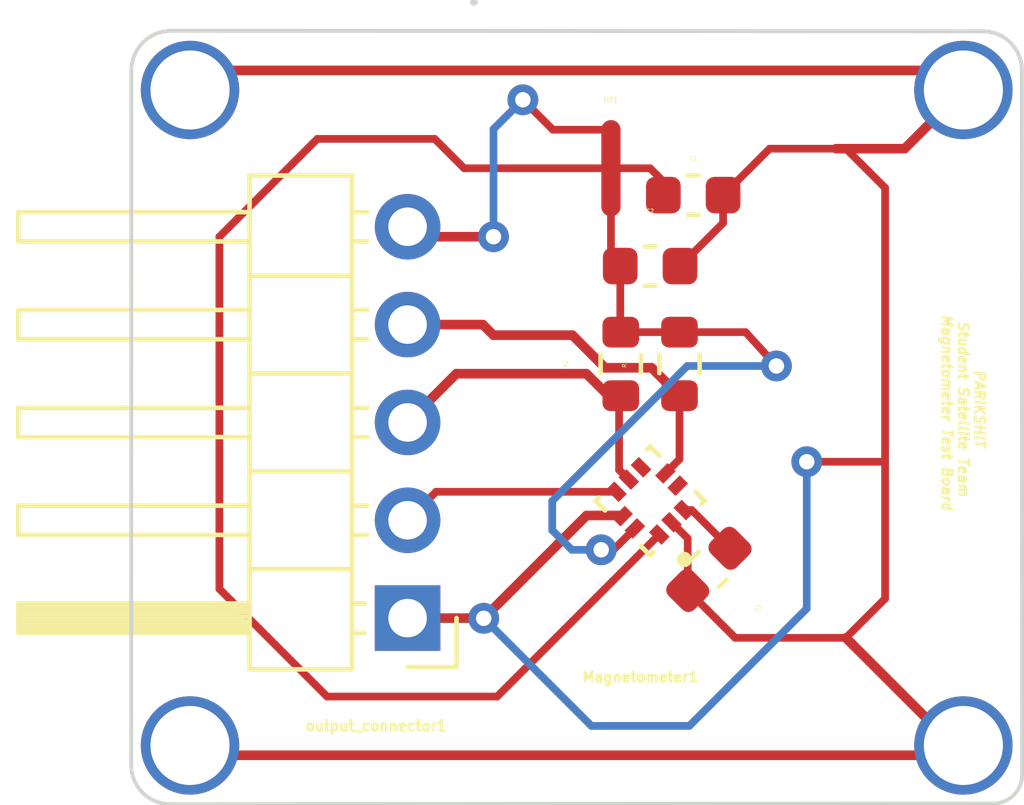
<source format=kicad_pcb>
(kicad_pcb (version 20211014) (generator pcbnew)
  (layers (0 "F.Cu" signal) (31 "B.Cu" signal) (34 "B.Paste" user) (35 "F.Paste" user) (36 "B.SilkS" user "B.Silkscreen") (37 "F.SilkS" user "F.Silkscreen") (38 "B.Mask" user) (39 "F.Mask" user) (44 "Edge.Cuts" user))
  (net 0 "")
  (net 1 "/VDD")
  (net 2 "/GND")
  (net 4 "/SDA")
  (net 6 "/SCL")
  (net 7 "/DRDY")
  (net 8 "/AVDD")
  (net 9 "/DVDD")
  (net 10 "/VREG")
  (footprint "NetTie:NetTie-3_SMD_Pad0.5mm" (layer "F.Cu") (at 191.77 96.012 -90)
    (fp_text reference "NT1" (at -1.778 0 180) (layer "F.SilkS") (effects (font (size 0.1364 0.1364) (thickness 0.023))))
    (fp_text value "NetTie_3_Tee")
    (fp_poly (pts (xy -1 -0.25) (xy 1 -0.25) (xy 1 0.25) (xy -1 0.25)) (layer "F.Cu") (width 0) (fill solid))
    (pad "1" smd circle (at -1 0 270) (size 0.5 0.5) (layers "F.Cu") (net 1 "/VDD"))
    (pad "2" smd circle (at 0 0 270) (size 0.5 0.5) (layers "F.Cu") (net 8 "/AVDD"))
    (pad "3" smd circle (at 1 0 270) (size 0.5 0.5) (layers "F.Cu") (net 9 "/DVDD"))
  )
  (footprint "Resistor_SMD:R_0603_1608Metric" (layer "F.Cu") (at 192.024 101.092 90)
    (fp_text reference "R2" (at 0 -1.43 90) (layer "F.SilkS") (effects (font (size 0.1 0.1) (thickness 0.015))))
    (fp_text value "10k")
    (fp_line (start -0.237258 0.5225) (end 0.237258 0.5225) (layer "F.SilkS") (width 0.12))
    (fp_line (start -0.237258 -0.5225) (end 0.237258 -0.5225) (layer "F.SilkS") (width 0.12))
    (pad "1" smd roundrect (at -0.825 0 90) (size 0.8 0.95) (layers "F.Cu" "F.Paste" "F.Mask") (net 6 "/SCL"))
    (pad "2" smd roundrect (at 0.825 0 90) (size 0.8 0.95) (layers "F.Cu" "F.Paste" "F.Mask") (net 9 "/DVDD"))
  )
  (footprint "Capacitor_SMD:C_0603_1608Metric" (layer "F.Cu") (at 193.904 96.71)
    (fp_text reference "C1" (at 0 -0.952) (layer "F.SilkS") (effects (font (size 0.1 0.1) (thickness 0.015))))
    (fp_text value "1uF0")
    (fp_line (start -0.14058 0.51) (end 0.14058 0.51) (layer "F.SilkS") (width 0.12))
    (fp_line (start -0.14058 -0.51) (end 0.14058 -0.51) (layer "F.SilkS") (width 0.12))
    (pad "1" smd roundrect (at -0.775 0) (size 0.9 0.95) (layers "F.Cu" "F.Paste" "F.Mask") (net 8 "/AVDD"))
    (pad "2" smd roundrect (at 0.775 0) (size 0.9 0.95) (layers "F.Cu" "F.Paste" "F.Mask") (net 2 "/GND"))
  )
  (footprint "BM1422AGMVZE2:PQFN45P200X200X100-10N" (layer "F.Cu") (at 192.786 104.648 135)
    (fp_text reference "Magnetometer1" (at -3.053287 -3.412497 180) (layer "F.SilkS") (effects (font (size 0.2634 0.2634) (thickness 0.06585))))
    (fp_text value "BM1422AGMV-ZE2")
    (fp_line (start -1 -0.885) (end -1 -1) (layer "F.SilkS") (width 0.127))
    (fp_line (start 1 1) (end 0.655 1) (layer "F.SilkS") (width 0.127))
    (fp_line (start -0.665 1) (end -1 1) (layer "F.SilkS") (width 0.127))
    (fp_line (start 1 -1) (end 0.655 -1) (layer "F.SilkS") (width 0.127))
    (fp_line (start -1 -1) (end -0.665 -1) (layer "F.SilkS") (width 0.127))
    (fp_line (start -1 1) (end -1 0.885) (layer "F.SilkS") (width 0.127))
    (fp_line (start 1 0.885) (end 1 1) (layer "F.SilkS") (width 0.127))
    (fp_line (start 1 -1) (end 1 -0.885) (layer "F.SilkS") (width 0.127))
    (fp_circle (center -1.701 -0.45) (end -1.601 -0.45) (layer "F.SilkS") (width 0.2) (fill none))
    (pad "1" smd rect locked (at -0.785 -0.45 225) (size 0.3 0.46) (layers "F.Cu" "F.Paste" "F.Mask") (net 8 "/AVDD"))
    (pad "2" smd rect locked (at -0.785 0 225) (size 0.3 0.46) (layers "F.Cu" "F.Paste" "F.Mask") (net 2 "/GND"))
    (pad "3" smd rect locked (at -0.785 0.45 225) (size 0.3 0.46) (layers "F.Cu" "F.Paste" "F.Mask") (net 10 "/VREG"))
    (pad "4" smd rect locked (at -0.225 0.785 225) (size 0.46 0.3) (layers "F.Cu" "F.Paste" "F.Mask"))
    (pad "5" smd rect locked (at 0.225 0.785 225) (size 0.46 0.3) (layers "F.Cu" "F.Paste" "F.Mask") (net 4 "/SDA"))
    (pad "6" smd rect locked (at 0.785 0.45 225) (size 0.3 0.46) (layers "F.Cu" "F.Paste" "F.Mask"))
    (pad "7" smd rect locked (at 0.785 0 225) (size 0.3 0.46) (layers "F.Cu" "F.Paste" "F.Mask") (net 6 "/SCL"))
    (pad "8" smd rect locked (at 0.785 -0.45 225) (size 0.3 0.46) (layers "F.Cu" "F.Paste" "F.Mask") (net 7 "/DRDY"))
    (pad "9" smd rect locked (at 0.225 -0.785 225) (size 0.46 0.3) (layers "F.Cu" "F.Paste" "F.Mask") (net 2 "/GND"))
    (pad "10" smd rect locked (at -0.225 -0.785 225) (size 0.46 0.3) (layers "F.Cu" "F.Paste" "F.Mask") (net 9 "/DVDD"))
  )
  (footprint "Resistor_SMD:R_0603_1608Metric" (layer "F.Cu") (at 193.548 101.092 90)
    (fp_text reference "R1" (at 0 -1.43 90) (layer "F.SilkS") (effects (font (size 0.1 0.1) (thickness 0.015))))
    (fp_text value "10k")
    (fp_line (start -0.237258 0.5225) (end 0.237258 0.5225) (layer "F.SilkS") (width 0.12))
    (fp_line (start -0.237258 -0.5225) (end 0.237258 -0.5225) (layer "F.SilkS") (width 0.12))
    (pad "1" smd roundrect (at -0.825 0 90) (size 0.8 0.95) (layers "F.Cu" "F.Paste" "F.Mask") (net 4 "/SDA"))
    (pad "2" smd roundrect (at 0.825 0 90) (size 0.8 0.95) (layers "F.Cu" "F.Paste" "F.Mask") (net 9 "/DVDD"))
  )
  (footprint "Capacitor_SMD:C_0603_1608Metric" (layer "F.Cu") (at 194.31 106.426 -135)
    (fp_text reference "C3" (at -0.179605 -1.616446 45) (layer "F.SilkS") (effects (font (size 0.1 0.1) (thickness 0.015))))
    (fp_text value "1uF0")
    (fp_line (start -0.14058 0.51) (end 0.14058 0.51) (layer "F.SilkS") (width 0.12))
    (fp_line (start -0.14058 -0.51) (end 0.14058 -0.51) (layer "F.SilkS") (width 0.12))
    (pad "1" smd roundrect (at -0.775 0 225) (size 0.9 0.95) (layers "F.Cu" "F.Paste" "F.Mask") (net 10 "/VREG"))
    (pad "2" smd roundrect (at 0.775 0 225) (size 0.9 0.95) (layers "F.Cu" "F.Paste" "F.Mask") (net 2 "/GND"))
  )
  (footprint "Capacitor_SMD:C_0603_1608Metric" (layer "F.Cu") (at 192.786 98.552)
    (fp_text reference "C2" (at 0 -1.43) (layer "F.SilkS") (effects (font (size 0.1 0.1) (thickness 0.015))))
    (fp_text value "0uF01")
    (fp_line (start -0.14058 -0.51) (end 0.14058 -0.51) (layer "F.SilkS") (width 0.12))
    (fp_line (start -0.14058 0.51) (end 0.14058 0.51) (layer "F.SilkS") (width 0.12))
    (pad "1" smd roundrect (at -0.775 0) (size 0.9 0.95) (layers "F.Cu" "F.Paste" "F.Mask") (net 9 "/DVDD"))
    (pad "2" smd roundrect (at 0.775 0) (size 0.9 0.95) (layers "F.Cu" "F.Paste" "F.Mask") (net 2 "/GND"))
  )
  (footprint "Connector_PinHeader_2.54mm:PinHeader_1x05_P2.54mm_Horizontal" (layer "F.Cu") (at 186.493 107.691 180)
    (fp_text reference "output_connector1" (at 0.819 -2.799 180) (layer "F.SilkS") (effects (font (size 0.2634 0.2634) (thickness 0.06585))))
    (fp_text value "Conn_01x05_MountingPin")
    (fp_line (start 4.1 -0.32) (end 10.1 -0.32) (layer "F.SilkS") (width 0.12))
    (fp_line (start 1.44 11.49) (end 4.1 11.49) (layer "F.SilkS") (width 0.12))
    (fp_line (start 4.1 11.49) (end 4.1 -1.33) (layer "F.SilkS") (width 0.12))
    (fp_line (start 10.1 9.78) (end 10.1 10.54) (layer "F.SilkS") (width 0.12))
    (fp_line (start 10.1 2.92) (end 4.1 2.92) (layer "F.SilkS") (width 0.12))
    (fp_line (start 4.1 2.16) (end 10.1 2.16) (layer "F.SilkS") (width 0.12))
    (fp_line (start 4.1 -0.08) (end 10.1 -0.08) (layer "F.SilkS") (width 0.12))
    (fp_line (start 1.44 6.35) (end 4.1 6.35) (layer "F.SilkS") (width 0.12))
    (fp_line (start 4.1 -0.2) (end 10.1 -0.2) (layer "F.SilkS") (width 0.12))
    (fp_line (start 10.1 4.7) (end 10.1 5.46) (layer "F.SilkS") (width 0.12))
    (fp_line (start 4.1 -1.33) (end 1.44 -1.33) (layer "F.SilkS") (width 0.12))
    (fp_line (start 1.44 3.81) (end 4.1 3.81) (layer "F.SilkS") (width 0.12))
    (fp_line (start 1.44 1.27) (end 4.1 1.27) (layer "F.SilkS") (width 0.12))
    (fp_line (start 4.1 7.24) (end 10.1 7.24) (layer "F.SilkS") (width 0.12))
    (fp_line (start 4.1 4.7) (end 10.1 4.7) (layer "F.SilkS") (width 0.12))
    (fp_line (start 10.1 5.46) (end 4.1 5.46) (layer "F.SilkS") (width 0.12))
    (fp_line (start 1.042929 10.54) (end 1.44 10.54) (layer "F.SilkS") (width 0.12))
    (fp_line (start 1.11 -0.38) (end 1.44 -0.38) (layer "F.SilkS") (width 0.12))
    (fp_line (start 10.1 10.54) (end 4.1 10.54) (layer "F.SilkS") (width 0.12))
    (fp_line (start 1.042929 5.46) (end 1.44 5.46) (layer "F.SilkS") (width 0.12))
    (fp_line (start 1.042929 2.16) (end 1.44 2.16) (layer "F.SilkS") (width 0.12))
    (fp_line (start 1.042929 8) (end 1.44 8) (layer "F.SilkS") (width 0.12))
    (fp_line (start 1.44 8.89) (end 4.1 8.89) (layer "F.SilkS") (width 0.12))
    (fp_line (start -1.27 -1.27) (end 0 -1.27) (layer "F.SilkS") (width 0.12))
    (fp_line (start 4.1 0.16) (end 10.1 0.16) (layer "F.SilkS") (width 0.12))
    (fp_line (start 4.1 0.28) (end 10.1 0.28) (layer "F.SilkS") (width 0.12))
    (fp_line (start -1.27 0) (end -1.27 -1.27) (layer "F.SilkS") (width 0.12))
    (fp_line (start 10.1 2.16) (end 10.1 2.92) (layer "F.SilkS") (width 0.12))
    (fp_line (start 4.1 0.04) (end 10.1 0.04) (layer "F.SilkS") (width 0.12))
    (fp_line (start 1.44 -1.33) (end 1.44 11.49) (layer "F.SilkS") (width 0.12))
    (fp_line (start 10.1 -0.38) (end 10.1 0.38) (layer "F.SilkS") (width 0.12))
    (fp_line (start 1.11 0.38) (end 1.44 0.38) (layer "F.SilkS") (width 0.12))
    (fp_line (start 1.042929 4.7) (end 1.44 4.7) (layer "F.SilkS") (width 0.12))
    (fp_line (start 10.1 8) (end 4.1 8) (layer "F.SilkS") (width 0.12))
    (fp_line (start 1.042929 9.78) (end 1.44 9.78) (layer "F.SilkS") (width 0.12))
    (fp_line (start 1.042929 2.92) (end 1.44 2.92) (layer "F.SilkS") (width 0.12))
    (fp_line (start 4.1 9.78) (end 10.1 9.78) (layer "F.SilkS") (width 0.12))
    (fp_line (start 1.042929 7.24) (end 1.44 7.24) (layer "F.SilkS") (width 0.12))
    (fp_line (start 10.1 7.24) (end 10.1 8) (layer "F.SilkS") (width 0.12))
    (fp_line (start 4.1 -0.38) (end 10.1 -0.38) (layer "F.SilkS") (width 0.12))
    (fp_line (start 10.1 0.38) (end 4.1 0.38) (layer "F.SilkS") (width 0.12))
    (pad "1" thru_hole rect (at 0 0 180) (size 1.7 1.7) (drill 1) (layers *.Cu *.Mask) (net 2 "/GND"))
    (pad "2" thru_hole oval (at 0 2.54 180) (size 1.7 1.7) (drill 1) (layers *.Cu *.Mask) (net 7 "/DRDY"))
    (pad "3" thru_hole oval (at 0 5.08 180) (size 1.7 1.7) (drill 1) (layers *.Cu *.Mask) (net 6 "/SCL"))
    (pad "4" thru_hole oval (at 0 7.62 180) (size 1.7 1.7) (drill 1) (layers *.Cu *.Mask) (net 4 "/SDA"))
    (pad "5" thru_hole oval (at 0 10.16 180) (size 1.7 1.7) (drill 1) (layers *.Cu *.Mask) (net 1 "/VDD"))
  )
  (gr_circle (center 188.214 91.694) (end 188.214 91.694) (layer "Edge.Cuts") (width 0.1) (fill none))
  (gr_arc (start 201.422 92.456) (mid 202.137452 92.754307) (end 202.430446 93.471951) (layer "Edge.Cuts") (width 0.1))
  (gr_line (start 201.676338 112.504859) (end 180.34 112.521999) (layer "Edge.Cuts") (width 0.1))
  (gr_arc (start 202.437999 111.76) (mid 202.213305 112.292088) (end 201.676338 112.504859) (layer "Edge.Cuts") (width 0.1))
  (gr_line (start 180.339701 92.443002) (end 201.422 92.456) (layer "Edge.Cuts") (width 0.1))
  (gr_line (start 202.430446 93.471951) (end 202.437999 111.76) (layer "Edge.Cuts") (width 0.1))
  (gr_arc (start 180.34 112.521999) (mid 179.620358 112.225089) (end 179.32211 111.506) (layer "Edge.Cuts") (width 0.1))
  (gr_arc (start 179.324 93.472) (mid 179.623699 92.752039) (end 180.339701 92.443002) (layer "Edge.Cuts") (width 0.1))
  (gr_line (start 179.32211 111.506) (end 179.324 93.472) (layer "Edge.Cuts") (width 0.1))
  (gr_text "PARIKSHIT \nStudent Satellite Team \nMagnetometer Test Board" (at 200.914 102.362 270) (layer "F.SilkS") (effects (font (size 0.2634 0.2634) (thickness 0.06585) italic)))
  (segment (start 190.262 95.012) (end 189.484 94.234) (width 0.2) (layer "F.Cu") (net 1))
  (segment (start 191.77 95.012) (end 190.262 95.012) (width 0.2) (layer "F.Cu") (net 1))
  (segment (start 188.722 97.79) (end 186.752 97.79) (width 0.25) (layer "F.Cu") (net 1))
  (segment (start 186.752 97.79) (end 186.493 97.531) (width 0.25) (layer "F.Cu") (net 1))
  (via (at 189.484 94.234) (size 0.8) (drill 0.4) (layers "F.Cu" "B.Cu") (net 1))
  (via (at 188.722 97.79) (size 0.8) (drill 0.4) (layers "F.Cu" "B.Cu") (net 1))
  (segment (start 188.722 94.996) (end 188.722 97.79) (width 0.2) (layer "B.Cu") (net 1))
  (segment (start 189.484 94.234) (end 188.722 94.996) (width 0.2) (layer "B.Cu") (net 1))
  (segment (start 188.463 107.691) (end 188.468 107.696) (width 0.25) (layer "F.Cu") (net 2))
  (segment (start 199.39 95.504) (end 197.612 95.504) (width 0.25) (layer "F.Cu") (net 2))
  (segment (start 180.848 110.998) (end 181.102 111.252) (width 0.25) (layer "F.Cu") (net 2))
  (segment (start 200.914 110.998) (end 200.66 110.998) (width 0.25) (layer "F.Cu") (net 2))
  (segment (start 186.493 107.691) (end 188.463 107.691) (width 0.25) (layer "F.Cu") (net 2))
  (segment (start 200.914 93.98) (end 199.39 95.504) (width 0.25) (layer "F.Cu") (net 2))
  (segment (start 198.882 107.188) (end 198.882 103.632) (width 0.2) (layer "F.Cu") (net 2))
  (segment (start 197.612 95.504) (end 195.885 95.504) (width 0.2) (layer "F.Cu") (net 2))
  (segment (start 194.991984 108.204) (end 197.866 108.204) (width 0.2) (layer "F.Cu") (net 2))
  (segment (start 195.885 95.504) (end 194.679 96.71) (width 0.2) (layer "F.Cu") (net 2))
  (segment (start 191.137698 105.026302) (end 192.054144 105.026302) (width 0.25) (layer "F.Cu") (net 2))
  (segment (start 198.882 103.632) (end 198.882 96.52) (width 0.2) (layer "F.Cu") (net 2))
  (segment (start 200.914 93.98) (end 200.406 93.472) (width 0.25) (layer "F.Cu") (net 2))
  (segment (start 194.679 97.434) (end 193.561 98.552) (width 0.2) (layer "F.Cu") (net 2))
  (segment (start 200.66 111.252) (end 200.914 110.998) (width 0.25) (layer "F.Cu") (net 2))
  (segment (start 193.761992 106.974008) (end 194.991984 108.204) (width 0.2) (layer "F.Cu") (net 2))
  (segment (start 193.761992 106.974008) (end 193.761992 105.623992) (width 0.2) (layer "F.Cu") (net 2))
  (segment (start 181.102 111.252) (end 200.66 111.252) (width 0.25) (layer "F.Cu") (net 2))
  (segment (start 197.866 108.204) (end 198.882 107.188) (width 0.2) (layer "F.Cu") (net 2))
  (segment (start 200.406 93.472) (end 181.356 93.472) (width 0.25) (layer "F.Cu") (net 2))
  (segment (start 194.679 96.71) (end 194.679 97.434) (width 0.2) (layer "F.Cu") (net 2))
  (segment (start 198.882 96.52) (end 197.866 95.504) (width 0.2) (layer "F.Cu") (net 2))
  (segment (start 200.66 110.998) (end 197.866 108.204) (width 0.25) (layer "F.Cu") (net 2))
  (segment (start 188.468 107.696) (end 191.137698 105.026302) (width 0.25) (layer "F.Cu") (net 2))
  (segment (start 193.761992 105.623992) (end 193.341079 105.203079) (width 0.2) (layer "F.Cu") (net 2))
  (segment (start 181.356 93.472) (end 180.848 93.98) (width 0.25) (layer "F.Cu") (net 2))
  (segment (start 198.882 103.632) (end 196.85 103.632) (width 0.2) (layer "F.Cu") (net 2))
  (segment (start 197.866 95.504) (end 197.612 95.504) (width 0.2) (layer "F.Cu") (net 2))
  (via (at 200.914 93.98) (size 2.5526) (drill 2.051) (layers "F.Cu" "B.Cu") (net 2))
  (via (at 200.914 110.998) (size 2.5526) (drill 2.051) (layers "F.Cu" "B.Cu") (net 2))
  (via (at 180.848 93.98) (size 2.5526) (drill 2.051) (layers "F.Cu" "B.Cu") (net 2))
  (via (at 196.85 103.632) (size 0.8) (drill 0.4) (layers "F.Cu" "B.Cu") (net 2))
  (via (at 180.848 110.998) (size 2.5526) (drill 2.051) (layers "F.Cu" "B.Cu") (net 2))
  (via (at 188.468 107.696) (size 0.8) (drill 0.4) (layers "F.Cu" "B.Cu") (net 2))
  (segment (start 196.85 107.442) (end 193.802 110.49) (width 0.2) (layer "B.Cu") (net 2))
  (segment (start 196.85 103.632) (end 196.85 107.442) (width 0.2) (layer "B.Cu") (net 2))
  (segment (start 193.802 110.49) (end 191.262 110.49) (width 0.2) (layer "B.Cu") (net 2))
  (segment (start 191.262 110.49) (end 188.468 107.696) (width 0.2) (layer "B.Cu") (net 2))
  (segment (start 188.447 100.071) (end 186.493 100.071) (width 0.25) (layer "F.Cu") (net 4))
  (segment (start 191.616 101.192) (end 192.823 101.192) (width 0.25) (layer "F.Cu") (net 4))
  (segment (start 190.77 100.346) (end 191.616 101.192) (width 0.25) (layer "F.Cu") (net 4))
  (segment (start 188.722 100.346) (end 190.77 100.346) (width 0.25) (layer "F.Cu") (net 4))
  (segment (start 193.548 103.567802) (end 193.548 101.917) (width 0.2) (layer "F.Cu") (net 4))
  (segment (start 193.18198 103.933822) (end 193.548 103.567802) (width 0.2) (layer "F.Cu") (net 4))
  (segment (start 192.823 101.192) (end 193.548 101.917) (width 0.25) (layer "F.Cu") (net 4))
  (segment (start 188.722 100.346) (end 188.447 100.071) (width 0.25) (layer "F.Cu") (net 4))
  (segment (start 191.133604 101.346) (end 187.758 101.346) (width 0.25) (layer "F.Cu") (net 6))
  (segment (start 192.16713 102.06013) (end 192.024 101.917) (width 0.2) (layer "F.Cu") (net 6))
  (segment (start 192.230921 104.092921) (end 191.980418 103.84242) (width 0.2) (layer "F.Cu") (net 6))
  (segment (start 191.980418 103.84242) (end 191.980418 101.960582) (width 0.2) (layer "F.Cu") (net 6))
  (segment (start 187.758 101.346) (end 186.493 102.611) (width 0.25) (layer "F.Cu") (net 6))
  (segment (start 192.024 101.917) (end 191.704604 101.917) (width 0.25) (layer "F.Cu") (net 6))
  (segment (start 191.704604 101.917) (end 191.133604 101.346) (width 0.25) (layer "F.Cu") (net 6))
  (segment (start 191.980418 101.960582) (end 192.024 101.917) (width 0.2) (layer "F.Cu") (net 6))
  (segment (start 187.232881 104.411119) (end 186.493 105.151) (width 0.2) (layer "F.Cu") (net 7))
  (segment (start 191.912723 104.411119) (end 187.232881 104.411119) (width 0.2) (layer "F.Cu") (net 7))
  (segment (start 188.816158 109.728) (end 184.404 109.728) (width 0.2) (layer "F.Cu") (net 8))
  (segment (start 187.96 96.012) (end 191.77 96.012) (width 0.2) (layer "F.Cu") (net 8))
  (segment (start 192.786 96.012) (end 191.77 96.012) (width 0.2) (layer "F.Cu") (net 8))
  (segment (start 187.198 95.25) (end 187.96 96.012) (width 0.2) (layer "F.Cu") (net 8))
  (segment (start 193.129 96.71) (end 193.129 96.355) (width 0.2) (layer "F.Cu") (net 8))
  (segment (start 184.404 109.728) (end 181.61 106.934) (width 0.2) (layer "F.Cu") (net 8))
  (segment (start 181.61 97.79) (end 184.15 95.25) (width 0.2) (layer "F.Cu") (net 8))
  (segment (start 184.15 95.25) (end 187.198 95.25) (width 0.2) (layer "F.Cu") (net 8))
  (segment (start 181.61 106.934) (end 181.61 97.79) (width 0.2) (layer "F.Cu") (net 8))
  (segment (start 193.022881 105.521277) (end 188.816158 109.728) (width 0.2) (layer "F.Cu") (net 8))
  (segment (start 193.129 96.355) (end 192.786 96.012) (width 0.2) (layer "F.Cu") (net 8))
  (segment (start 191.834198 105.918) (end 192.39002 105.362178) (width 0.2) (layer "F.Cu") (net 9))
  (segment (start 192.024 100.267) (end 193.548 100.267) (width 0.2) (layer "F.Cu") (net 9))
  (segment (start 191.516 105.918) (end 191.834198 105.918) (width 0.2) (layer "F.Cu") (net 9))
  (segment (start 191.77 97.012) (end 191.77 98.311) (width 0.2) (layer "F.Cu") (net 9))
  (segment (start 192.011 100.254) (end 192.024 100.267) (width 0.2) (layer "F.Cu") (net 9))
  (segment (start 195.263 100.267) (end 196.062524 101.145599) (width 0.2) (layer "F.Cu") (net 9))
  (segment (start 193.548 100.267) (end 195.263 100.267) (width 0.2) (layer "F.Cu") (net 9))
  (segment (start 192.011 98.552) (end 192.011 100.254) (width 0.2) (layer "F.Cu") (net 9))
  (segment (start 191.77 98.311) (end 192.011 98.552) (width 0.2) (layer "F.Cu") (net 9))
  (segment (start 196.062524 101.145599) (end 196.088 101.092) (width 0.2) (layer "F.Cu") (net 9))
  (via (at 191.516 105.918) (size 0.8) (drill 0.4) (layers "F.Cu" "B.Cu") (net 9))
  (via (at 196.062524 101.145599) (size 0.8) (drill 0.4) (layers "F.Cu" "B.Cu") (net 9))
  (segment (start 190.246 105.41) (end 190.754 105.918) (width 0.2) (layer "B.Cu") (net 9))
  (segment (start 190.246 104.648) (end 190.246 105.41) (width 0.2) (layer "B.Cu") (net 9))
  (segment (start 190.754 105.918) (end 191.516 105.918) (width 0.2) (layer "B.Cu") (net 9))
  (segment (start 196.062524 101.145599) (end 193.748401 101.145599) (width 0.2) (layer "B.Cu") (net 9))
  (segment (start 193.748401 101.145599) (end 190.246 104.648) (width 0.2) (layer "B.Cu") (net 9))
  (segment (start 193.659277 104.884881) (end 193.864897 104.884881) (width 0.2) (layer "F.Cu") (net 10))
  (segment (start 193.864897 104.884881) (end 194.858008 105.877992) (width 0.2) (layer "F.Cu") (net 10))
)
</source>
